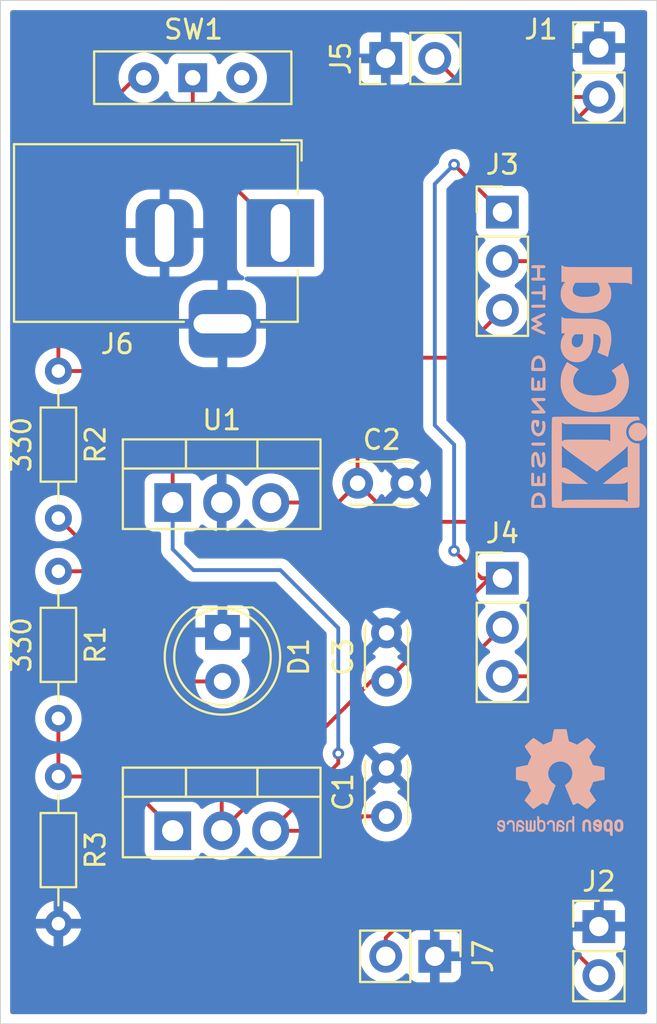
<source format=kicad_pcb>
(kicad_pcb (version 20241229) (generator "pcbnew") (generator_version "9.0")
  (layers (0 "F.Cu" signal) (2 "B.Cu" signal) (13 "F.Paste" user) (15 "B.Paste" user) (5 "F.SilkS" user "F.Silkscreen") (7 "B.SilkS" user "B.Silkscreen") (1 "F.Mask" user) (3 "B.Mask" user) (25 "Edge.Cuts" user))
  (net 0 "")
  (net 1 "GND")
  (net 2 "/12V")
  (net 3 "/5V")
  (net 4 "/3.3V")
  (net 5 "Net-(D1-A)")
  (net 6 "/PWR_input")
  (net 7 "Net-(U2-ADJ)")
  (net 9 "/power_op_top")
  (net 10 "/power_op_bt")
  (footprint "Resistor_THT:R_Axial_DIN0204_L3.6mm_D1.6mm_P7.62mm_Horizontal" (layer "F.Cu") (at 95 94.061 -90)
    (property "Reference" "R1" (at 3.81 -1.92 90) (layer "F.SilkS"))
    (property "Value" "330" (at 3.81 1.92 90) (layer "F.SilkS"))
    (pad "1" thru_hole circle (at 0 0 270) (size 1.4 1.4) (drill 0.7) (layers "*.Cu" "*.Mask") (net 4 "/3.3V"))
    (pad "2" thru_hole oval (at 7.62 0 270) (size 1.4 1.4) (drill 0.7) (layers "*.Cu" "*.Mask") (net 7 "Net-(U2-ADJ)"))
  )
  (footprint "Connector_PinHeader_2.54mm:PinHeader_1x03_P2.54mm_Vertical" (layer "F.Cu") (at 118 94.42)
    (property "Reference" "J4" (at 0 -2.33 0) (layer "F.SilkS"))
    (property "Value" "Conn_01x03_Pin" (hide yes))
    (pad "1" thru_hole rect (at 0 0) (size 1.7 1.7) (drill 1) (layers "*.Cu" "*.Mask") (net 4 "/3.3V"))
    (pad "2" thru_hole oval (at 0 2.54) (size 1.7 1.7) (drill 1) (layers "*.Cu" "*.Mask") (net 10 "/power_op_bt"))
    (pad "3" thru_hole oval (at 0 5.08) (size 1.7 1.7) (drill 1) (layers "*.Cu" "*.Mask") (net 3 "/5V"))
  )
  (footprint "Connector_PinHeader_2.54mm:PinHeader_1x03_P2.54mm_Vertical" (layer "F.Cu") (at 118 75.46)
    (property "Reference" "J3" (at 0 -2.46 0) (layer "F.SilkS"))
    (property "Value" "Conn_01x03_Pin" (hide yes))
    (pad "1" thru_hole rect (at 0 0) (size 1.7 1.7) (drill 1) (layers "*.Cu" "*.Mask") (net 4 "/3.3V"))
    (pad "2" thru_hole oval (at 0 2.54) (size 1.7 1.7) (drill 1) (layers "*.Cu" "*.Mask") (net 9 "/power_op_top"))
    (pad "3" thru_hole oval (at 0 5.08) (size 1.7 1.7) (drill 1) (layers "*.Cu" "*.Mask") (net 3 "/5V"))
  )
  (footprint "Connector_PinHeader_2.54mm:PinHeader_1x02_P2.54mm_Vertical" (layer "F.Cu") (at 123 112.46)
    (property "Reference" "J2" (at 0 -2.33 0) (layer "F.SilkS"))
    (property "Value" "Conn_01x02_Pin" (hide yes))
    (pad "1" thru_hole rect (at 0 0) (size 1.7 1.7) (drill 1) (layers "*.Cu" "*.Mask") (net 1 "GND"))
    (pad "2" thru_hole oval (at 0 2.54) (size 1.7 1.7) (drill 1) (layers "*.Cu" "*.Mask") (net 10 "/power_op_bt"))
  )
  (footprint "Connector_BarrelJack:BarrelJack_Horizontal" (layer "F.Cu") (at 106.5 76.5425)
    (property "Reference" "J6" (at -8.45 5.75 0) (layer "F.SilkS"))
    (property "Value" "Barrel_Jack_Switch")
    (pad "1" thru_hole rect (at 0 0) (size 3.5 3.5) (drill oval 1 3) (layers "*.Cu" "*.Mask") (net 6 "/PWR_input"))
    (pad "2" thru_hole roundrect (at -6 0) (size 3 3.5) (drill oval 1 3) (layers "*.Cu" "*.Mask") (net 1 "GND"))
    (pad "3" thru_hole roundrect (at -3 4.7) (size 3.5 3.5) (drill oval 3 1) (layers "*.Cu" "*.Mask") (net 1 "GND"))
  )
  (footprint "Package_TO_SOT_THT:TO-220-3_Vertical" (layer "F.Cu") (at 100.92 90.5)
    (property "Reference" "U1" (at 2.54 -4.27 0) (layer "F.SilkS"))
    (property "Value" "LM7805_TO220")
    (pad "1" thru_hole rect (at 0 0) (size 1.905 2) (drill 1.1) (layers "*.Cu" "*.Mask") (net 2 "/12V"))
    (pad "2" thru_hole oval (at 2.54 0) (size 1.905 2) (drill 1.1) (layers "*.Cu" "*.Mask") (net 1 "GND"))
    (pad "3" thru_hole oval (at 5.08 0) (size 1.905 2) (drill 1.1) (layers "*.Cu" "*.Mask") (net 3 "/5V"))
  )
  (footprint "LED_THT:LED_D5.0mm" (layer "F.Cu") (at 103.5 97.225 -90)
    (property "Reference" "D1" (at 1.27 -3.96 90) (layer "F.SilkS"))
    (property "Value" "LED")
    (pad "1" thru_hole rect (at 0 0 270) (size 1.8 1.8) (drill 0.9) (layers "*.Cu" "*.Mask") (net 1 "GND"))
    (pad "2" thru_hole circle (at 2.54 0 270) (size 1.8 1.8) (drill 0.9) (layers "*.Cu" "*.Mask") (net 5 "Net-(D1-A)"))
  )
  (footprint "Connector_PinHeader_2.54mm:PinHeader_1x02_P2.54mm_Vertical" (layer "F.Cu") (at 111.96 67.5 90)
    (property "Reference" "J5" (at 0 -2.33 90) (layer "F.SilkS"))
    (property "Value" "Screw_Terminal_01x02" (hide yes))
    (pad "1" thru_hole rect (at 0 0 90) (size 1.7 1.7) (drill 1) (layers "*.Cu" "*.Mask") (net 1 "GND"))
    (pad "2" thru_hole oval (at 0 2.54 90) (size 1.7 1.7) (drill 1) (layers "*.Cu" "*.Mask") (net 9 "/power_op_top"))
  )
  (footprint "Capacitor_THT:C_Disc_D3.0mm_W2.0mm_P2.50mm" (layer "F.Cu") (at 110.5 89.5)
    (property "Reference" "C2" (at 1.25 -2.25 0) (layer "F.SilkS"))
    (property "Value" "0.1u")
    (pad "1" thru_hole circle (at 0 0) (size 1.6 1.6) (drill 0.8) (layers "*.Cu" "*.Mask") (net 3 "/5V"))
    (pad "2" thru_hole circle (at 2.5 0) (size 1.6 1.6) (drill 0.8) (layers "*.Cu" "*.Mask") (net 1 "GND"))
  )
  (footprint "Resistor_THT:R_Axial_DIN0204_L3.6mm_D1.6mm_P7.62mm_Horizontal" (layer "F.Cu") (at 95 104.69 -90)
    (property "Reference" "R3" (at 3.81 -1.92 90) (layer "F.SilkS"))
    (property "Value" "560")
    (pad "1" thru_hole circle (at 0 0 270) (size 1.4 1.4) (drill 0.7) (layers "*.Cu" "*.Mask") (net 7 "Net-(U2-ADJ)"))
    (pad "2" thru_hole oval (at 7.62 0 270) (size 1.4 1.4) (drill 0.7) (layers "*.Cu" "*.Mask") (net 1 "GND"))
  )
  (footprint "Resistor_THT:R_Axial_DIN0204_L3.6mm_D1.6mm_P7.62mm_Horizontal" (layer "F.Cu") (at 95 83.69 -90)
    (property "Reference" "R2" (at 3.81 -1.92 90) (layer "F.SilkS"))
    (property "Value" "330" (at 3.81 1.92 90) (layer "F.SilkS"))
    (pad "1" thru_hole circle (at 0 0 270) (size 1.4 1.4) (drill 0.7) (layers "*.Cu" "*.Mask") (net 2 "/12V"))
    (pad "2" thru_hole oval (at 7.62 0 270) (size 1.4 1.4) (drill 0.7) (layers "*.Cu" "*.Mask") (net 5 "Net-(D1-A)"))
  )
  (footprint "Button_Switch_THT:SW_Slide-03_Wuerth-WS-SLTV_10x2.5x6.4_P2.54mm" (layer "F.Cu") (at 101.96 68.5 180)
    (property "Reference" "SW1" (at -0.04 2.5 0) (layer "F.SilkS"))
    (property "Value" "SW_Wuerth_450301014042" (hide yes))
    (pad "1" thru_hole rect (at 0 0 180) (size 1.5 1.5) (drill 0.8) (layers "*.Cu" "*.Mask") (net 6 "/PWR_input"))
    (pad "2" thru_hole circle (at -2.54 0 180) (size 1.6 1.6) (drill 0.8) (layers "*.Cu" "*.Mask"))
    (pad "3" thru_hole circle (at 2.54 0 180) (size 1.6 1.6) (drill 0.8) (layers "*.Cu" "*.Mask") (net 2 "/12V"))
  )
  (footprint "Capacitor_THT:C_Disc_D3.0mm_W2.0mm_P2.50mm" (layer "F.Cu") (at 112 99.75 90)
    (property "Reference" "C3" (at 1.25 -2.25 90) (layer "F.SilkS"))
    (property "Value" "1u")
    (pad "1" thru_hole circle (at 0 0 90) (size 1.6 1.6) (drill 0.8) (layers "*.Cu" "*.Mask") (net 4 "/3.3V"))
    (pad "2" thru_hole circle (at 2.5 0 90) (size 1.6 1.6) (drill 0.8) (layers "*.Cu" "*.Mask") (net 1 "GND"))
  )
  (footprint "Capacitor_THT:C_Disc_D3.0mm_W2.0mm_P2.50mm" (layer "F.Cu") (at 112 106.75 90)
    (property "Reference" "C1" (at 1.25 -2.25 90) (layer "F.SilkS"))
    (property "Value" "10u")
    (pad "1" thru_hole circle (at 0 0 90) (size 1.6 1.6) (drill 0.8) (layers "*.Cu" "*.Mask") (net 2 "/12V"))
    (pad "2" thru_hole circle (at 2.5 0 90) (size 1.6 1.6) (drill 0.8) (layers "*.Cu" "*.Mask") (net 1 "GND"))
  )
  (footprint "Connector_PinHeader_2.54mm:PinHeader_1x02_P2.54mm_Vertical" (layer "F.Cu") (at 123 66.96)
    (property "Reference" "J1" (at -3 -0.96 0) (layer "F.SilkS"))
    (property "Value" "Conn_01x02_Pin" (hide yes))
    (pad "1" thru_hole rect (at 0 0) (size 1.7 1.7) (drill 1) (layers "*.Cu" "*.Mask") (net 1 "GND"))
    (pad "2" thru_hole oval (at 0 2.54) (size 1.7 1.7) (drill 1) (layers "*.Cu" "*.Mask") (net 9 "/power_op_top"))
  )
  (footprint "Package_TO_SOT_THT:TO-220-3_Vertical" (layer "F.Cu") (at 100.92 107.5)
    (property "Reference" "U2" (hide yes))
    (property "Value" "LM317_TO-220")
    (pad "1" thru_hole rect (at 0 0) (size 1.905 2) (drill 1.1) (layers "*.Cu" "*.Mask") (net 7 "Net-(U2-ADJ)"))
    (pad "2" thru_hole oval (at 2.54 0) (size 1.905 2) (drill 1.1) (layers "*.Cu" "*.Mask") (net 4 "/3.3V"))
    (pad "3" thru_hole oval (at 5.08 0) (size 1.905 2) (drill 1.1) (layers "*.Cu" "*.Mask") (net 2 "/12V"))
  )
  (footprint "Connector_PinHeader_2.54mm:PinHeader_1x02_P2.54mm_Vertical" (layer "F.Cu") (at 114.5 114 -90)
    (property "Reference" "J7" (at 0 -2.5 90) (layer "F.SilkS"))
    (property "Value" "Screw_Terminal_01x02" (hide yes))
    (pad "1" thru_hole rect (at 0 0 270) (size 1.7 1.7) (drill 1) (layers "*.Cu" "*.Mask") (net 1 "GND"))
    (pad "2" thru_hole oval (at 0 2.54 270) (size 1.7 1.7) (drill 1) (layers "*.Cu" "*.Mask") (net 10 "/power_op_bt"))
  )
  (footprint "Symbol:KiCad-Logo2_5mm_SilkScreen" (layer "B.Cu") (at 122.5 84.5 90)
    (property "Reference" "REF**" (hide yes))
    (property "Value" "KiCad-Logo2_5mm_SilkScreen" (hide yes))
  )
  (footprint "Symbol:OSHW-Logo2_7.3x6mm_SilkScreen" (layer "B.Cu") (at 121 105 180)
    (property "Reference" "REF**" (hide yes))
    (property "Value" "OSHW-Logo2_7.3x6mm_SilkScreen" (hide yes))
  )
  (gr_rect (start 92 64.5) (end 126 117.5) (stroke (width 0.05)) (fill no) (layer "Edge.Cuts"))
  (segment (start 95 72.5) (end 95 83.69) (width 0.2) (layer "F.Cu") (net 2))
  (segment (start 106 107.5) (end 109.5 104) (width 0.2) (layer "F.Cu") (net 2))
  (segment (start 100.92 86.92) (end 100.92 90.5) (width 0.2) (layer "F.Cu") (net 2))
  (segment (start 95 83.69) (end 97.69 83.69) (width 0.2) (layer "F.Cu") (net 2))
  (segment (start 109.5 104) (end 109.5 103.5) (width 0.2) (layer "F.Cu") (net 2))
  (segment (start 99 68.5) (end 95 72.5) (width 0.2) (layer "F.Cu") (net 2))
  (segment (start 112 106.75) (end 110.75 106.75) (width 0.2) (layer "F.Cu") (net 2))
  (segment (start 99.42 68.5) (end 99 68.5) (width 0.2) (layer "F.Cu") (net 2))
  (segment (start 110.75 106.75) (end 110 107.5) (width 0.2) (layer "F.Cu") (net 2))
  (segment (start 110 107.5) (end 106 107.5) (width 0.2) (layer "F.Cu") (net 2))
  (segment (start 97.69 83.69) (end 100.92 86.92) (width 0.2) (layer "F.Cu") (net 2))
  (via (at 109.5 103.5) (size 0.6) (drill 0.3) (layers "F.Cu" "B.Cu") (net 2))
  (segment (start 102 94) (end 100.92 92.92) (width 0.2) (layer "B.Cu") (net 2))
  (segment (start 106.5 94) (end 102 94) (width 0.2) (layer "B.Cu") (net 2))
  (segment (start 109.5 103.5) (end 109.5 97) (width 0.2) (layer "B.Cu") (net 2))
  (segment (start 100.92 92.92) (end 100.92 90.5) (width 0.2) (layer "B.Cu") (net 2))
  (segment (start 109.5 97) (end 106.5 94) (width 0.2) (layer "B.Cu") (net 2))
  (segment (start 118 99.5) (end 120.5 99.5) (width 0.2) (layer "F.Cu") (net 3))
  (segment (start 121 99) (end 121 92.5) (width 0.2) (layer "F.Cu") (net 3))
  (segment (start 115.54 83) (end 118 80.54) (width 0.2) (layer "F.Cu") (net 3))
  (segment (start 110.5 89.5) (end 110.5 83) (width 0.2) (layer "F.Cu") (net 3))
  (segment (start 121 92.5) (end 120 91.5) (width 0.2) (layer "F.Cu") (net 3))
  (segment (start 120 91.5) (end 112.5 91.5) (width 0.2) (layer "F.Cu") (net 3))
  (segment (start 112.5 91.5) (end 110.5 89.5) (width 0.2) (layer "F.Cu") (net 3))
  (segment (start 110.5 83) (end 115.54 83) (width 0.2) (layer "F.Cu") (net 3))
  (segment (start 120.5 99.5) (end 121 99) (width 0.2) (layer "F.Cu") (net 3))
  (segment (start 109.5 90.5) (end 110.5 89.5) (width 0.2) (layer "F.Cu") (net 3))
  (segment (start 106 90.5) (end 109.5 90.5) (width 0.2) (layer "F.Cu") (net 3))
  (segment (start 97 98) (end 97 94.5) (width 0.2) (layer "F.Cu") (net 4))
  (segment (start 117.96 75.46) (end 115.5 73) (width 0.2) (layer "F.Cu") (net 4))
  (segment (start 112 99.75) (end 111.21 99.75) (width 0.2) (layer "F.Cu") (net 4))
  (segment (start 118 75.46) (end 117.96 75.46) (width 0.2) (layer "F.Cu") (net 4))
  (segment (start 111.21 99.75) (end 103.46 107.5) (width 0.2) (layer "F.Cu") (net 4))
  (segment (start 112 99.75) (end 117.33 94.42) (width 0.2) (layer "F.Cu") (net 4))
  (segment (start 116.92 94.42) (end 118 94.42) (width 0.2) (layer "F.Cu") (net 4))
  (segment (start 117.33 94.42) (end 118 94.42) (width 0.2) (layer "F.Cu") (net 4))
  (segment (start 115.5 93) (end 116.92 94.42) (width 0.2) (layer "F.Cu") (net 4))
  (segment (start 103.46 104.46) (end 97 98) (width 0.2) (layer "F.Cu") (net 4))
  (segment (start 97 94.5) (end 96.561 94.061) (width 0.2) (layer "F.Cu") (net 4))
  (segment (start 103.46 107.5) (end 103.46 104.46) (width 0.2) (layer "F.Cu") (net 4))
  (segment (start 96.561 94.061) (end 95 94.061) (width 0.2) (layer "F.Cu") (net 4))
  (via (at 115.5 73) (size 0.6) (drill 0.3) (layers "F.Cu" "B.Cu") (net 4))
  (via (at 115.5 93) (size 0.6) (drill 0.3) (layers "F.Cu" "B.Cu") (net 4))
  (segment (start 114.5 86.5) (end 115.5 87.5) (width 0.2) (layer "B.Cu") (net 4))
  (segment (start 115.5 73) (end 114.5 74) (width 0.2) (layer "B.Cu") (net 4))
  (segment (start 115.5 87.5) (end 115.5 93) (width 0.2) (layer "B.Cu") (net 4))
  (segment (start 114.5 74) (end 114.5 86.5) (width 0.2) (layer "B.Cu") (net 4))
  (segment (start 98 96.5) (end 101 99.5) (width 0.2) (layer "F.Cu") (net 5))
  (segment (start 101.265 99.765) (end 101 99.5) (width 0.2) (layer "F.Cu") (net 5))
  (segment (start 95 91.31) (end 98 94.31) (width 0.2) (layer "F.Cu") (net 5))
  (segment (start 103.5 99.765) (end 101.265 99.765) (width 0.2) (layer "F.Cu") (net 5))
  (segment (start 98 94.31) (end 98 96.5) (width 0.2) (layer "F.Cu") (net 5))
  (segment (start 101.96 72.0025) (end 106.5 76.5425) (width 0.2) (layer "F.Cu") (net 6))
  (segment (start 101.96 68.5) (end 101.96 72.0025) (width 0.2) (layer "F.Cu") (net 6))
  (segment (start 100.92 107.5) (end 101 107.5) (width 0.2) (layer "F.Cu") (net 7))
  (segment (start 95 101.681) (end 95 104.69) (width 0.2) (layer "F.Cu") (net 7))
  (segment (start 101 107.5) (end 98.19 104.69) (width 0.2) (layer "F.Cu") (net 7))
  (segment (start 98.19 104.69) (end 95 104.69) (width 0.2) (layer "F.Cu") (net 7))
  (segment (start 121.5 78) (end 122 77.5) (width 0.2) (layer "F.Cu") (net 9))
  (segment (start 118 78) (end 121.5 78) (width 0.2) (layer "F.Cu") (net 9))
  (segment (start 122 70.5) (end 123 69.5) (width 0.2) (layer "F.Cu") (net 9))
  (segment (start 114.5 67.5) (end 116.5 69.5) (width 0.2) (layer "F.Cu") (net 9))
  (segment (start 116.5 69.5) (end 123 69.5) (width 0.2) (layer "F.Cu") (net 9))
  (segment (start 122 77.5) (end 122 70.5) (width 0.2) (layer "F.Cu") (net 9))
  (segment (start 115.5 109.5) (end 118 112) (width 0.2) (layer "F.Cu") (net 10))
  (segment (start 111.96 114) (end 111.96 113.04) (width 0.2) (layer "F.Cu") (net 10))
  (segment (start 120 112) (end 123 115) (width 0.2) (layer "F.Cu") (net 10))
  (segment (start 111.96 113.04) (end 115.5 109.5) (width 0.2) (layer "F.Cu") (net 10))
  (segment (start 118 112) (end 120 112) (width 0.2) (layer "F.Cu") (net 10))
  (segment (start 118 96.96) (end 115.5 99.46) (width 0.2) (layer "F.Cu") (net 10))
  (segment (start 115.5 99.46) (end 115.5 109.5) (width 0.2) (layer "F.Cu") (net 10))
  (zone (net 1) (net_name "GND") (layer "B.Cu") (connect_pads (clearance 0.5)) (min_thickness 0.25) (fill yes (thermal_gap 0.5) (thermal_bridge_width 0.5))
    (polygon (pts (xy 125.5 65) (xy 92.5 65) (xy 92.5 117) (xy 125.5 117)))
  )
)
</source>
